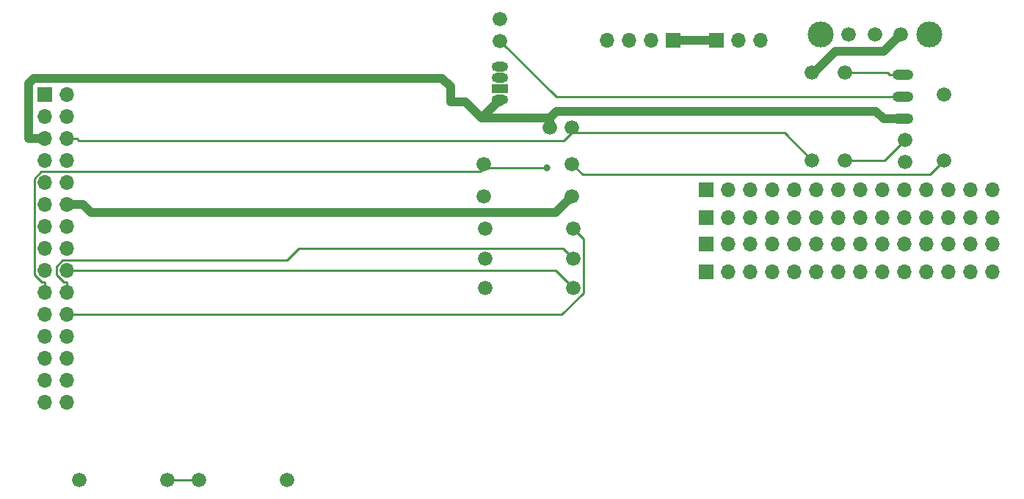
<source format=gbr>
G04 #@! TF.GenerationSoftware,KiCad,Pcbnew,(5.99.0-128-g6ff45b44c)*
G04 #@! TF.CreationDate,2019-09-15T18:53:50+09:00*
G04 #@! TF.ProjectId,M5_board,4d355f62-6f61-4726-942e-6b696361645f,rev?*
G04 #@! TF.SameCoordinates,Original*
G04 #@! TF.FileFunction,Copper,L1,Top*
G04 #@! TF.FilePolarity,Positive*
%FSLAX46Y46*%
G04 Gerber Fmt 4.6, Leading zero omitted, Abs format (unit mm)*
G04 Created by KiCad (PCBNEW (5.99.0-128-g6ff45b44c)) date 2019-09-15 18:53:50*
%MOMM*%
%LPD*%
G04 APERTURE LIST*
%ADD10O,1.700000X1.700000*%
%ADD11R,1.700000X1.700000*%
%ADD12C,1.676400*%
%ADD13O,1.905000X1.117600*%
%ADD14R,1.905000X1.117600*%
%ADD15O,2.438400X1.219200*%
%ADD16C,3.000000*%
%ADD17C,0.800000*%
%ADD18C,1.000000*%
%ADD19C,0.250000*%
G04 APERTURE END LIST*
D10*
X203020000Y-90500000D03*
X200480000Y-90500000D03*
X197940000Y-90500000D03*
X195400000Y-90500000D03*
X192860000Y-90500000D03*
X190320000Y-90500000D03*
X187780000Y-90500000D03*
X185240000Y-90500000D03*
X182700000Y-90500000D03*
X180160000Y-90500000D03*
X177620000Y-90500000D03*
X175080000Y-90500000D03*
X172540000Y-90500000D03*
D11*
X170000000Y-90500000D03*
D10*
X203020000Y-93700000D03*
X200480000Y-93700000D03*
X197940000Y-93700000D03*
X195400000Y-93700000D03*
X192860000Y-93700000D03*
X190320000Y-93700000D03*
X187780000Y-93700000D03*
X185240000Y-93700000D03*
X182700000Y-93700000D03*
X180160000Y-93700000D03*
X177620000Y-93700000D03*
X175080000Y-93700000D03*
X172540000Y-93700000D03*
D11*
X170000000Y-93700000D03*
D10*
X203020000Y-96750000D03*
X200480000Y-96750000D03*
X197940000Y-96750000D03*
X195400000Y-96750000D03*
X192860000Y-96750000D03*
X190320000Y-96750000D03*
X187780000Y-96750000D03*
X185240000Y-96750000D03*
X182700000Y-96750000D03*
X180160000Y-96750000D03*
X177620000Y-96750000D03*
X175080000Y-96750000D03*
X172540000Y-96750000D03*
D11*
X170000000Y-96750000D03*
D10*
X203020000Y-100000000D03*
X200480000Y-100000000D03*
X197940000Y-100000000D03*
X195400000Y-100000000D03*
X192860000Y-100000000D03*
X190320000Y-100000000D03*
X187780000Y-100000000D03*
X185240000Y-100000000D03*
X182700000Y-100000000D03*
X180160000Y-100000000D03*
X177620000Y-100000000D03*
X175080000Y-100000000D03*
X172540000Y-100000000D03*
D11*
X170000000Y-100000000D03*
D12*
X121660000Y-124000000D03*
X111500000Y-124000000D03*
X107910000Y-124000000D03*
X97750000Y-124000000D03*
X182250000Y-87080000D03*
X182250000Y-76920000D03*
X151980000Y-83250000D03*
X154520000Y-83250000D03*
X154717000Y-94990800D03*
X144557000Y-94990800D03*
X154717000Y-98420800D03*
X144557000Y-98420800D03*
X154717000Y-101850800D03*
X144557000Y-101850800D03*
D13*
X146250000Y-76230000D03*
X146250000Y-77500000D03*
D14*
X146250000Y-78770000D03*
D13*
X146250000Y-80040000D03*
D15*
X192750000Y-77210000D03*
X192750000Y-82290000D03*
X192750000Y-79750000D03*
D12*
X186500000Y-72500000D03*
X192500000Y-72500000D03*
D16*
X195750000Y-72500000D03*
X183250000Y-72500000D03*
D12*
X189500000Y-72500000D03*
X186000000Y-76920000D03*
X186000000Y-87080000D03*
X144420000Y-91250000D03*
X154580000Y-91250000D03*
X154580000Y-87500000D03*
X144420000Y-87500000D03*
D10*
X158630000Y-73250000D03*
X161170000Y-73250000D03*
X163710000Y-73250000D03*
D11*
X166250000Y-73250000D03*
D10*
X176330000Y-73250000D03*
X173790000Y-73250000D03*
D11*
X171250000Y-73250000D03*
D10*
X96290000Y-115060000D03*
X93750000Y-115060000D03*
X96290000Y-112520000D03*
X93750000Y-112520000D03*
X96290000Y-109980000D03*
X93750000Y-109980000D03*
X96290000Y-107440000D03*
X93750000Y-107440000D03*
X96290000Y-104900000D03*
X93750000Y-104900000D03*
X96290000Y-102360000D03*
X93750000Y-102360000D03*
X96290000Y-99820000D03*
X93750000Y-99820000D03*
X96290000Y-97280000D03*
X93750000Y-97280000D03*
X96290000Y-94740000D03*
X93750000Y-94740000D03*
X96290000Y-92200000D03*
X93750000Y-92200000D03*
X96290000Y-89660000D03*
X93750000Y-89660000D03*
X96290000Y-87120000D03*
X93750000Y-87120000D03*
X96290000Y-84580000D03*
X93750000Y-84580000D03*
X96290000Y-82040000D03*
X93750000Y-82040000D03*
X96290000Y-79500000D03*
D11*
X93750000Y-79500000D03*
D12*
X197500000Y-87060000D03*
X197500000Y-79440000D03*
X146250000Y-73270000D03*
X146250000Y-70730000D03*
X193000000Y-87270000D03*
X193000000Y-84730000D03*
D17*
X151667900Y-87945000D03*
D18*
X144128300Y-82161700D02*
X145961199Y-80328801D01*
X145961199Y-80328801D02*
X146250000Y-80328801D01*
D19*
X107910000Y-124000000D02*
X111500000Y-124000000D01*
X152686200Y-99820000D02*
X154717000Y-101850800D01*
X96290000Y-99820000D02*
X152686200Y-99820000D01*
X153513000Y-97216800D02*
X154717000Y-98420800D01*
X123073800Y-97216800D02*
X153513000Y-97216800D01*
X121663500Y-98627100D02*
X123073800Y-97216800D01*
X95818100Y-98627100D02*
X121663500Y-98627100D01*
X95074700Y-99370500D02*
X95818100Y-98627100D01*
X95074700Y-100336700D02*
X95074700Y-99370500D01*
X95922700Y-101184700D02*
X95074700Y-100336700D01*
X96290000Y-101184700D02*
X95922700Y-101184700D01*
X96290000Y-102360000D02*
X96290000Y-101184700D01*
X155882200Y-96156000D02*
X154717000Y-94990800D01*
X155882200Y-102396300D02*
X155882200Y-96156000D01*
X153378500Y-104900000D02*
X155882200Y-102396300D01*
X96290000Y-104900000D02*
X153378500Y-104900000D01*
X96290000Y-84580000D02*
X97465300Y-84580000D01*
X154520000Y-83900800D02*
X154520000Y-83250000D01*
X153648200Y-84772600D02*
X154520000Y-83900800D01*
X97657900Y-84772600D02*
X153648200Y-84772600D01*
X97465300Y-84580000D02*
X97657900Y-84772600D01*
X179070800Y-83900800D02*
X182250000Y-87080000D01*
X154520000Y-83900800D02*
X179070800Y-83900800D01*
X190915500Y-76920000D02*
X191205500Y-77210000D01*
X186000000Y-76920000D02*
X190915500Y-76920000D01*
X192750000Y-77210000D02*
X191205500Y-77210000D01*
D18*
X152709600Y-93120400D02*
X154580000Y-91250000D01*
X99060700Y-93120400D02*
X152709600Y-93120400D01*
X98140300Y-92200000D02*
X99060700Y-93120400D01*
X96290000Y-92200000D02*
X98140300Y-92200000D01*
D19*
X93750000Y-102360000D02*
X93750000Y-101184700D01*
X144420000Y-87945000D02*
X144420000Y-87500000D01*
X143975000Y-88390000D02*
X144420000Y-87945000D01*
X93328600Y-88390000D02*
X143975000Y-88390000D01*
X92543600Y-89175000D02*
X93328600Y-88390000D01*
X92543600Y-100345600D02*
X92543600Y-89175000D01*
X93382700Y-101184700D02*
X92543600Y-100345600D01*
X93750000Y-101184700D02*
X93382700Y-101184700D01*
X144420000Y-87945000D02*
X151667900Y-87945000D01*
D18*
X182484000Y-76920000D02*
X182250000Y-76920000D01*
X184897700Y-74506300D02*
X182484000Y-76920000D01*
X190493700Y-74506300D02*
X184897700Y-74506300D01*
X192500000Y-72500000D02*
X190493700Y-74506300D01*
D19*
X155815900Y-88735900D02*
X154580000Y-87500000D01*
X195824100Y-88735900D02*
X155815900Y-88735900D01*
X197500000Y-87060000D02*
X195824100Y-88735900D01*
X152730000Y-79750000D02*
X192750000Y-79750000D01*
X146250000Y-73270000D02*
X152730000Y-79750000D01*
X190650000Y-87080000D02*
X186000000Y-87080000D01*
X193000000Y-84730000D02*
X190650000Y-87080000D01*
D18*
X171250000Y-73250000D02*
X166250000Y-73250000D01*
X192750000Y-82290000D02*
X190530500Y-82290000D01*
X151980000Y-82161700D02*
X151980000Y-83250000D01*
X189636000Y-81395500D02*
X190530500Y-82290000D01*
X152746200Y-81395500D02*
X189636000Y-81395500D01*
X151980000Y-82161700D02*
X152746200Y-81395500D01*
X93750000Y-84580000D02*
X91899700Y-84580000D01*
X144128300Y-82161700D02*
X151980000Y-82161700D01*
X142295800Y-80329200D02*
X144128300Y-82161700D01*
X140549500Y-80329200D02*
X142295800Y-80329200D01*
X140549500Y-78582900D02*
X140549500Y-80329200D01*
X139553500Y-77586900D02*
X140549500Y-78582900D01*
X92494300Y-77586900D02*
X139553500Y-77586900D01*
X91899700Y-78181500D02*
X92494300Y-77586900D01*
X91899700Y-84580000D02*
X91899700Y-78181500D01*
M02*

</source>
